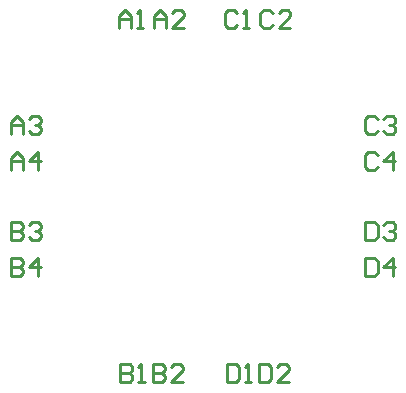
<source format=gto>
G04*
G04 #@! TF.GenerationSoftware,Altium Limited,CircuitMaker,2.3.0 (2.3.0.3)*
G04*
G04 Layer_Color=15132400*
%FSLAX42Y42*%
%MOMM*%
G71*
G04*
G04 #@! TF.SameCoordinates,BD1277A7-5FEE-40B5-B0EC-F627505D423F*
G04*
G04*
G04 #@! TF.FilePolarity,Positive*
G04*
G01*
G75*
%ADD10C,0.25*%
D10*
X9573Y9776D02*
Y9624D01*
X9649D01*
X9675Y9649D01*
Y9751D01*
X9649Y9776D01*
X9573D01*
X9802Y9624D02*
Y9776D01*
X9725Y9700D01*
X9827D01*
X9573Y10076D02*
Y9924D01*
X9649D01*
X9675Y9949D01*
Y10051D01*
X9649Y10076D01*
X9573D01*
X9725Y10051D02*
X9751Y10076D01*
X9802D01*
X9827Y10051D01*
Y10025D01*
X9802Y10000D01*
X9776D01*
X9802D01*
X9827Y9975D01*
Y9949D01*
X9802Y9924D01*
X9751D01*
X9725Y9949D01*
X8673Y8876D02*
Y8724D01*
X8749D01*
X8775Y8749D01*
Y8851D01*
X8749Y8876D01*
X8673D01*
X8927Y8724D02*
X8825D01*
X8927Y8825D01*
Y8851D01*
X8902Y8876D01*
X8851D01*
X8825Y8851D01*
X8398Y8876D02*
Y8724D01*
X8475D01*
X8500Y8749D01*
Y8851D01*
X8475Y8876D01*
X8398D01*
X8551Y8724D02*
X8602D01*
X8576D01*
Y8876D01*
X8551Y8851D01*
X9675Y10651D02*
X9649Y10676D01*
X9598D01*
X9573Y10651D01*
Y10549D01*
X9598Y10524D01*
X9649D01*
X9675Y10549D01*
X9802Y10524D02*
Y10676D01*
X9725Y10600D01*
X9827D01*
X9675Y10951D02*
X9649Y10976D01*
X9598D01*
X9573Y10951D01*
Y10849D01*
X9598Y10824D01*
X9649D01*
X9675Y10849D01*
X9725Y10951D02*
X9751Y10976D01*
X9802D01*
X9827Y10951D01*
Y10925D01*
X9802Y10900D01*
X9776D01*
X9802D01*
X9827Y10875D01*
Y10849D01*
X9802Y10824D01*
X9751D01*
X9725Y10849D01*
X8786Y11847D02*
X8760Y11872D01*
X8710D01*
X8684Y11847D01*
Y11745D01*
X8710Y11720D01*
X8760D01*
X8786Y11745D01*
X8938Y11720D02*
X8837D01*
X8938Y11821D01*
Y11847D01*
X8913Y11872D01*
X8862D01*
X8837Y11847D01*
X8484D02*
X8458Y11872D01*
X8407D01*
X8382Y11847D01*
Y11745D01*
X8407Y11720D01*
X8458D01*
X8484Y11745D01*
X8534Y11720D02*
X8585D01*
X8560D01*
Y11872D01*
X8534Y11847D01*
X6573Y9776D02*
Y9624D01*
X6649D01*
X6675Y9649D01*
Y9675D01*
X6649Y9700D01*
X6573D01*
X6649D01*
X6675Y9725D01*
Y9751D01*
X6649Y9776D01*
X6573D01*
X6802Y9624D02*
Y9776D01*
X6725Y9700D01*
X6827D01*
X6573Y10076D02*
Y9924D01*
X6649D01*
X6675Y9949D01*
Y9975D01*
X6649Y10000D01*
X6573D01*
X6649D01*
X6675Y10025D01*
Y10051D01*
X6649Y10076D01*
X6573D01*
X6725Y10051D02*
X6751Y10076D01*
X6802D01*
X6827Y10051D01*
Y10025D01*
X6802Y10000D01*
X6776D01*
X6802D01*
X6827Y9975D01*
Y9949D01*
X6802Y9924D01*
X6751D01*
X6725Y9949D01*
X7773Y8876D02*
Y8724D01*
X7849D01*
X7875Y8749D01*
Y8775D01*
X7849Y8800D01*
X7773D01*
X7849D01*
X7875Y8825D01*
Y8851D01*
X7849Y8876D01*
X7773D01*
X8027Y8724D02*
X7925D01*
X8027Y8825D01*
Y8851D01*
X8002Y8876D01*
X7951D01*
X7925Y8851D01*
X7498Y8876D02*
Y8724D01*
X7575D01*
X7600Y8749D01*
Y8775D01*
X7575Y8800D01*
X7498D01*
X7575D01*
X7600Y8825D01*
Y8851D01*
X7575Y8876D01*
X7498D01*
X7651Y8724D02*
X7702D01*
X7676D01*
Y8876D01*
X7651Y8851D01*
X6573Y10524D02*
Y10625D01*
X6624Y10676D01*
X6675Y10625D01*
Y10524D01*
Y10600D01*
X6573D01*
X6802Y10524D02*
Y10676D01*
X6725Y10600D01*
X6827D01*
X6573Y10824D02*
Y10925D01*
X6624Y10976D01*
X6675Y10925D01*
Y10824D01*
Y10900D01*
X6573D01*
X6725Y10951D02*
X6751Y10976D01*
X6802D01*
X6827Y10951D01*
Y10925D01*
X6802Y10900D01*
X6776D01*
X6802D01*
X6827Y10875D01*
Y10849D01*
X6802Y10824D01*
X6751D01*
X6725Y10849D01*
X7783Y11720D02*
Y11821D01*
X7833Y11872D01*
X7884Y11821D01*
Y11720D01*
Y11796D01*
X7783D01*
X8036Y11720D02*
X7935D01*
X8036Y11821D01*
Y11847D01*
X8011Y11872D01*
X7960D01*
X7935Y11847D01*
X7483Y11720D02*
Y11821D01*
X7534Y11872D01*
X7584Y11821D01*
Y11720D01*
Y11796D01*
X7483D01*
X7635Y11720D02*
X7686D01*
X7661D01*
Y11872D01*
X7635Y11847D01*
M02*

</source>
